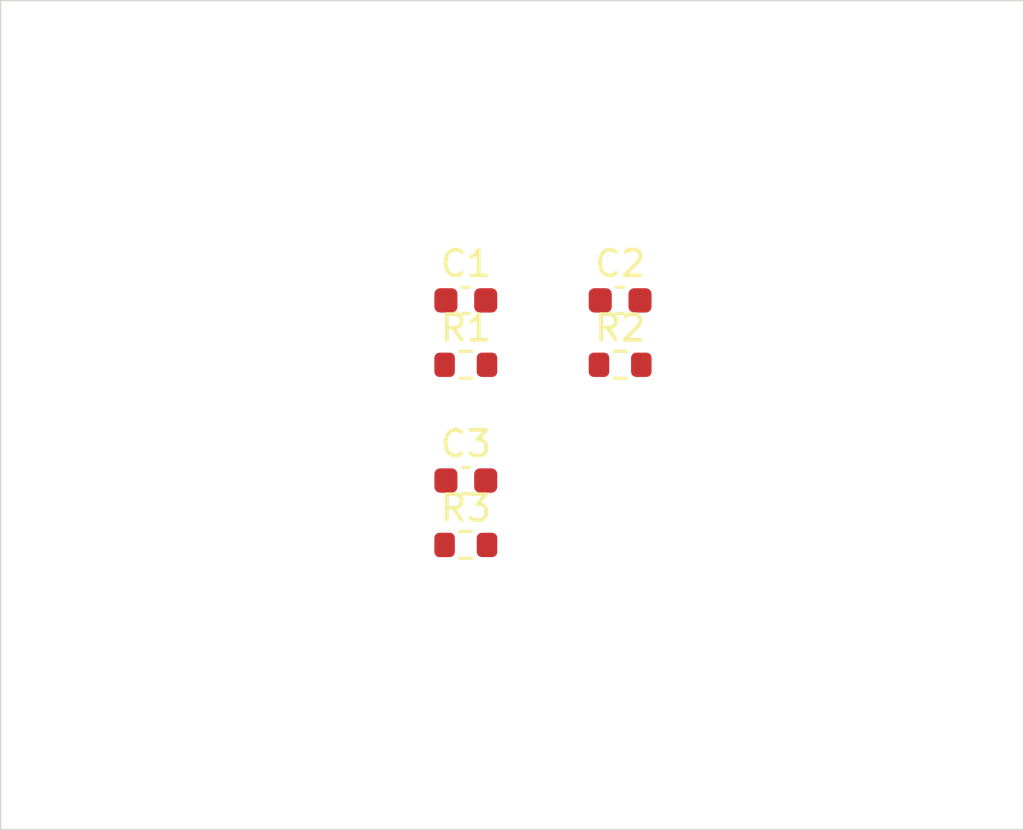
<source format=kicad_pcb>
(kicad_pcb (version 20241229) (generator "pcbnew") (generator_version "9.0")
  (layers (0 "F.Cu" signal) (2 "B.Cu" signal) (13 "F.Paste" user) (15 "B.Paste" user) (5 "F.SilkS" user "F.Silkscreen") (7 "B.SilkS" user "B.Silkscreen") (1 "F.Mask" user) (3 "B.Mask" user) (25 "Edge.Cuts" user))
  (net 0 "")
  (net 1 "/3V3")
  (net 2 "/GND")
  (footprint "Capacitor_SMD:C_0603_1608Metric" (layer "F.Cu") (at 127.055 48.44)
    (property "Reference" "C1" (at 0 -1.43 0) (layer "F.SilkS"))
    (property "Value" "10uF")
    (fp_line (start -0.14058 -0.51) (end 0.14058 -0.51) (stroke (width 0.12)) (layer "F.SilkS"))
    (fp_line (start -0.14058 0.51) (end 0.14058 0.51) (stroke (width 0.12)) (layer "F.SilkS"))
    (pad "1" smd roundrect (at -0.775 0) (size 0.9 0.95) (layers "F.Cu" "F.Mask" "F.Paste") (net 1 "/3V3"))
    (pad "2" smd roundrect (at 0.775 0) (size 0.9 0.95) (layers "F.Cu" "F.Mask" "F.Paste") (net 2 "/GND"))
  )
  (footprint "Capacitor_SMD:C_0603_1608Metric" (layer "F.Cu") (at 127.055 55.46)
    (property "Reference" "C3" (at 0 -1.43 0) (layer "F.SilkS"))
    (property "Value" "10uF")
    (fp_line (start -0.14058 -0.51) (end 0.14058 -0.51) (stroke (width 0.12)) (layer "F.SilkS"))
    (fp_line (start -0.14058 0.51) (end 0.14058 0.51) (stroke (width 0.12)) (layer "F.SilkS"))
    (pad "1" smd roundrect (at -0.775 0) (size 0.9 0.95) (layers "F.Cu" "F.Mask" "F.Paste") (net 1 "/3V3"))
    (pad "2" smd roundrect (at 0.775 0) (size 0.9 0.95) (layers "F.Cu" "F.Mask" "F.Paste") (net 2 "/GND"))
  )
  (footprint "Resistor_SMD:R_0603_1608Metric" (layer "F.Cu") (at 133.065 50.95)
    (property "Reference" "R2" (at 0 -1.43 0) (layer "F.SilkS"))
    (property "Value" "10k")
    (fp_line (start -0.237258 -0.5225) (end 0.237258 -0.5225) (stroke (width 0.12)) (layer "F.SilkS"))
    (fp_line (start -0.237258 0.5225) (end 0.237258 0.5225) (stroke (width 0.12)) (layer "F.SilkS"))
    (pad "1" smd roundrect (at -0.825 0) (size 0.8 0.95) (layers "F.Cu" "F.Mask" "F.Paste") (net 1 "/3V3"))
    (pad "2" smd roundrect (at 0.825 0) (size 0.8 0.95) (layers "F.Cu" "F.Mask" "F.Paste") (net 2 "/GND"))
  )
  (footprint "Capacitor_SMD:C_0603_1608Metric" (layer "F.Cu") (at 133.065 48.44)
    (property "Reference" "C2" (at 0 -1.43 0) (layer "F.SilkS"))
    (property "Value" "10uF")
    (fp_line (start -0.14058 -0.51) (end 0.14058 -0.51) (stroke (width 0.12)) (layer "F.SilkS"))
    (fp_line (start -0.14058 0.51) (end 0.14058 0.51) (stroke (width 0.12)) (layer "F.SilkS"))
    (pad "1" smd roundrect (at -0.775 0) (size 0.9 0.95) (layers "F.Cu" "F.Mask" "F.Paste") (net 1 "/3V3"))
    (pad "2" smd roundrect (at 0.775 0) (size 0.9 0.95) (layers "F.Cu" "F.Mask" "F.Paste") (net 2 "/GND"))
  )
  (footprint "Resistor_SMD:R_0603_1608Metric" (layer "F.Cu") (at 127.055 50.95)
    (property "Reference" "R1" (at 0 -1.43 0) (layer "F.SilkS"))
    (property "Value" "10k")
    (fp_line (start -0.237258 -0.5225) (end 0.237258 -0.5225) (stroke (width 0.12)) (layer "F.SilkS"))
    (fp_line (start -0.237258 0.5225) (end 0.237258 0.5225) (stroke (width 0.12)) (layer "F.SilkS"))
    (pad "1" smd roundrect (at -0.825 0) (size 0.8 0.95) (layers "F.Cu" "F.Mask" "F.Paste") (net 1 "/3V3"))
    (pad "2" smd roundrect (at 0.825 0) (size 0.8 0.95) (layers "F.Cu" "F.Mask" "F.Paste") (net 2 "/GND"))
  )
  (footprint "Resistor_SMD:R_0603_1608Metric" (layer "F.Cu") (at 127.055 57.97)
    (property "Reference" "R3" (at 0 -1.43 0) (layer "F.SilkS"))
    (property "Value" "10k")
    (fp_line (start -0.237258 -0.5225) (end 0.237258 -0.5225) (stroke (width 0.12)) (layer "F.SilkS"))
    (fp_line (start -0.237258 0.5225) (end 0.237258 0.5225) (stroke (width 0.12)) (layer "F.SilkS"))
    (pad "1" smd roundrect (at -0.825 0) (size 0.8 0.95) (layers "F.Cu" "F.Mask" "F.Paste") (net 1 "/3V3"))
    (pad "2" smd roundrect (at 0.825 0) (size 0.8 0.95) (layers "F.Cu" "F.Mask" "F.Paste") (net 2 "/GND"))
  )
  (gr_rect (start 108.94 36.76) (end 148.78 69.06) (stroke (width 0.05)) (fill no) (layer "Edge.Cuts"))
)
</source>
